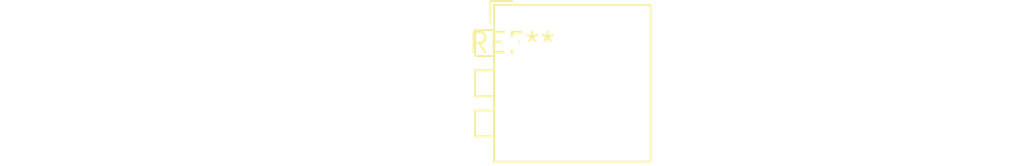
<source format=kicad_pcb>
(kicad_pcb (version 20240108) (generator pcbnew)
  (layers (0 "F.Cu" signal) (31 "B.Cu" signal) (34 "B.Paste" user) (35 "F.Paste" user) (36 "B.SilkS" user "B.Silkscreen") (37 "F.SilkS" user "F.Silkscreen") (38 "B.Mask" user) (39 "F.Mask" user) (44 "Edge.Cuts" user))
  (net 0 "")
  (footprint "SW_DIP_SPSTx03_Piano_CTS_Series194-3MSTN_W7.62mm_P2.54mm" (layer "F.Cu") (at 0 0)
    (property "Reference" "REF**")
    (property "Value" "SW_DIP_SPSTx03_Piano_CTS_Series194-3MSTN_W7.62mm_P2.54mm")
    (fp_line (start -2.34 -0.82) (end -2.34 0.82) (layer "F.SilkS") (stroke (width 0.12)))
    (fp_line (start -2.34 -0.82) (end -1.14 -0.82) (layer "F.SilkS") (stroke (width 0.12)))
    (fp_line (start -2.34 0.82) (end -1.14 0.82) (layer "F.SilkS") (stroke (width 0.12)))
    (fp_line (start -2.34 1.72) (end -2.34 3.361) (layer "F.SilkS") (stroke (width 0.12)))
    (fp_line (start -2.34 1.72) (end -1.14 1.72) (layer "F.SilkS") (stroke (width 0.12)))
    (fp_line (start -2.34 3.361) (end -1.14 3.361) (layer "F.SilkS") (stroke (width 0.12)))
    (fp_line (start -2.34 4.261) (end -2.34 5.9) (layer "F.SilkS") (stroke (width 0.12)))
    (fp_line (start -2.34 4.261) (end -1.14 4.261) (layer "F.SilkS") (stroke (width 0.12)))
    (fp_line (start -2.34 5.9) (end -1.14 5.9) (layer "F.SilkS") (stroke (width 0.12)))
    (fp_line (start -1.38 -2.66) (end -1.38 -1.277) (layer "F.SilkS") (stroke (width 0.12)))
    (fp_line (start -1.38 -2.66) (end 0.004 -2.66) (layer "F.SilkS") (stroke (width 0.12)))
    (fp_line (start -1.14 -2.42) (end -1.14 7.5) (layer "F.SilkS") (stroke (width 0.12)))
    (fp_line (start -1.14 -2.42) (end 8.76 -2.42) (layer "F.SilkS") (stroke (width 0.12)))
    (fp_line (start -1.14 -0.82) (end -1.14 0.82) (layer "F.SilkS") (stroke (width 0.12)))
    (fp_line (start -1.14 1.72) (end -1.14 3.361) (layer "F.SilkS") (stroke (width 0.12)))
    (fp_line (start -1.14 4.261) (end -1.14 5.9) (layer "F.SilkS") (stroke (width 0.12)))
    (fp_line (start -1.14 7.5) (end 8.76 7.5) (layer "F.SilkS") (stroke (width 0.12)))
    (fp_line (start 8.76 -2.42) (end 8.76 7.5) (layer "F.SilkS") (stroke (width 0.12)))
    (pad "1" thru_hole rect (at 0 0) (size 1.6 1.6) (drill 0.8) (layers *.Cu *.Mask) (remove_unused_layers))
    (pad "2" thru_hole oval (at 0 2.54) (size 1.6 1.6) (drill 0.8) (layers *.Cu *.Mask) (remove_unused_layers))
    (pad "3" thru_hole oval (at 0 5.08) (size 1.6 1.6) (drill 0.8) (layers *.Cu *.Mask) (remove_unused_layers))
    (pad "4" thru_hole oval (at 7.62 5.08) (size 1.6 1.6) (drill 0.8) (layers *.Cu *.Mask) (remove_unused_layers))
    (pad "5" thru_hole oval (at 7.62 2.54) (size 1.6 1.6) (drill 0.8) (layers *.Cu *.Mask) (remove_unused_layers))
    (pad "6" thru_hole oval (at 7.62 0) (size 1.6 1.6) (drill 0.8) (layers *.Cu *.Mask) (remove_unused_layers))
  )
)
</source>
